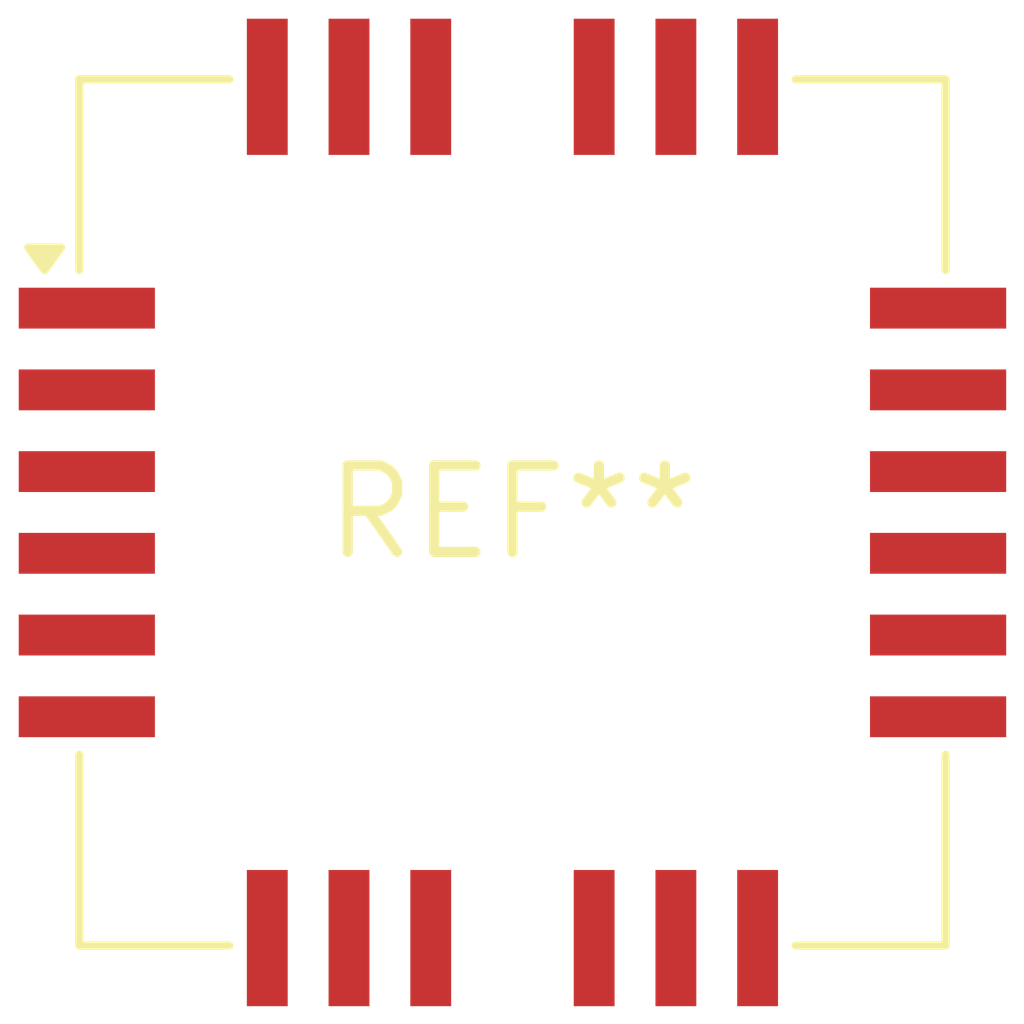
<source format=kicad_pcb>
(kicad_pcb (version 20240108) (generator pcbnew)
  (layers (0 "F.Cu" signal) (31 "B.Cu" signal) (34 "B.Paste" user) (35 "F.Paste" user) (36 "B.SilkS" user "B.Silkscreen") (37 "F.SilkS" user "F.Silkscreen") (38 "B.Mask" user) (39 "F.Mask" user) (44 "Edge.Cuts" user))
  (net 0 "")
  (footprint "Sierra_XA11X0" (layer "F.Cu") (at 0 0)
    (property "Reference" "REF**")
    (property "Value" "Sierra_XA11X0")
    (fp_line (start -6.36 -6.36) (end -4.16 -6.36) (layer "F.SilkS") (stroke (width 0.12)))
    (fp_line (start -6.36 -3.56) (end -6.36 -6.36) (layer "F.SilkS") (stroke (width 0.12)))
    (fp_line (start -6.36 6.36) (end -6.36 3.56) (layer "F.SilkS") (stroke (width 0.12)))
    (fp_line (start -4.16 6.36) (end -6.36 6.36) (layer "F.SilkS") (stroke (width 0.12)))
    (fp_line (start 4.16 -6.36) (end 6.36 -6.36) (layer "F.SilkS") (stroke (width 0.12)))
    (fp_line (start 4.16 6.36) (end 6.36 6.36) (layer "F.SilkS") (stroke (width 0.12)))
    (fp_line (start 6.36 -6.36) (end 6.36 -3.56) (layer "F.SilkS") (stroke (width 0.12)))
    (fp_line (start 6.36 6.36) (end 6.36 3.56) (layer "F.SilkS") (stroke (width 0.12)))
    (fp_poly (pts (xy -6.87 -3.56) (xy -7.11 -3.89) (xy -6.63 -3.89) (xy -6.87 -3.56)) (layer "F.SilkS") (stroke (width 0.12)) (fill solid))
    (pad "1" smd rect (at -6.25 -3) (size 2 0.6) (layers "F.Cu" "F.Paste" "F.Mask"))
    (pad "2" smd rect (at -6.25 -1.8) (size 2 0.6) (layers "F.Cu" "F.Paste" "F.Mask"))
    (pad "3" smd rect (at -6.25 -0.6) (size 2 0.6) (layers "F.Cu" "F.Paste" "F.Mask"))
    (pad "4" smd rect (at -6.25 0.6) (size 2 0.6) (layers "F.Cu" "F.Paste" "F.Mask"))
    (pad "5" smd rect (at -6.25 1.8) (size 2 0.6) (layers "F.Cu" "F.Paste" "F.Mask"))
    (pad "6" smd rect (at -6.25 3) (size 2 0.6) (layers "F.Cu" "F.Paste" "F.Mask"))
    (pad "7" smd rect (at -3.6 6.25) (size 0.6 2) (layers "F.Cu" "F.Paste" "F.Mask"))
    (pad "8" smd rect (at -2.4 6.25) (size 0.6 2) (layers "F.Cu" "F.Paste" "F.Mask"))
    (pad "9" smd rect (at -1.2 6.25) (size 0.6 2) (layers "F.Cu" "F.Paste" "F.Mask"))
    (pad "10" smd rect (at 1.2 6.25) (size 0.6 2) (layers "F.Cu" "F.Paste" "F.Mask"))
    (pad "11" smd rect (at 2.4 6.25) (size 0.6 2) (layers "F.Cu" "F.Paste" "F.Mask"))
    (pad "12" smd rect (at 3.6 6.25) (size 0.6 2) (layers "F.Cu" "F.Paste" "F.Mask"))
    (pad "13" smd rect (at 6.25 3) (size 2 0.6) (layers "F.Cu" "F.Paste" "F.Mask"))
    (pad "14" smd rect (at 6.25 1.8) (size 2 0.6) (layers "F.Cu" "F.Paste" "F.Mask"))
    (pad "15" smd rect (at 6.25 0.6) (size 2 0.6) (layers "F.Cu" "F.Paste" "F.Mask"))
    (pad "16" smd rect (at 6.25 -0.6) (size 2 0.6) (layers "F.Cu" "F.Paste" "F.Mask"))
    (pad "17" smd rect (at 6.25 -1.8) (size 2 0.6) (layers "F.Cu" "F.Paste" "F.Mask"))
    (pad "18" smd rect (at 6.25 -3) (size 2 0.6) (layers "F.Cu" "F.Paste" "F.Mask"))
    (pad "19" smd rect (at 3.6 -6.25) (size 0.6 2) (layers "F.Cu" "F.Paste" "F.Mask"))
    (pad "20" smd rect (at 2.4 -6.25) (size 0.6 2) (layers "F.Cu" "F.Paste" "F.Mask"))
    (pad "21" smd rect (at 1.2 -6.25) (size 0.6 2) (layers "F.Cu" "F.Paste" "F.Mask"))
    (pad "22" smd rect (at -1.2 -6.25) (size 0.6 2) (layers "F.Cu" "F.Paste" "F.Mask"))
    (pad "23" smd rect (at -2.4 -6.25) (size 0.6 2) (layers "F.Cu" "F.Paste" "F.Mask"))
    (pad "24" smd rect (at -3.6 -6.25) (size 0.6 2) (layers "F.Cu" "F.Paste" "F.Mask"))
  )
)
</source>
